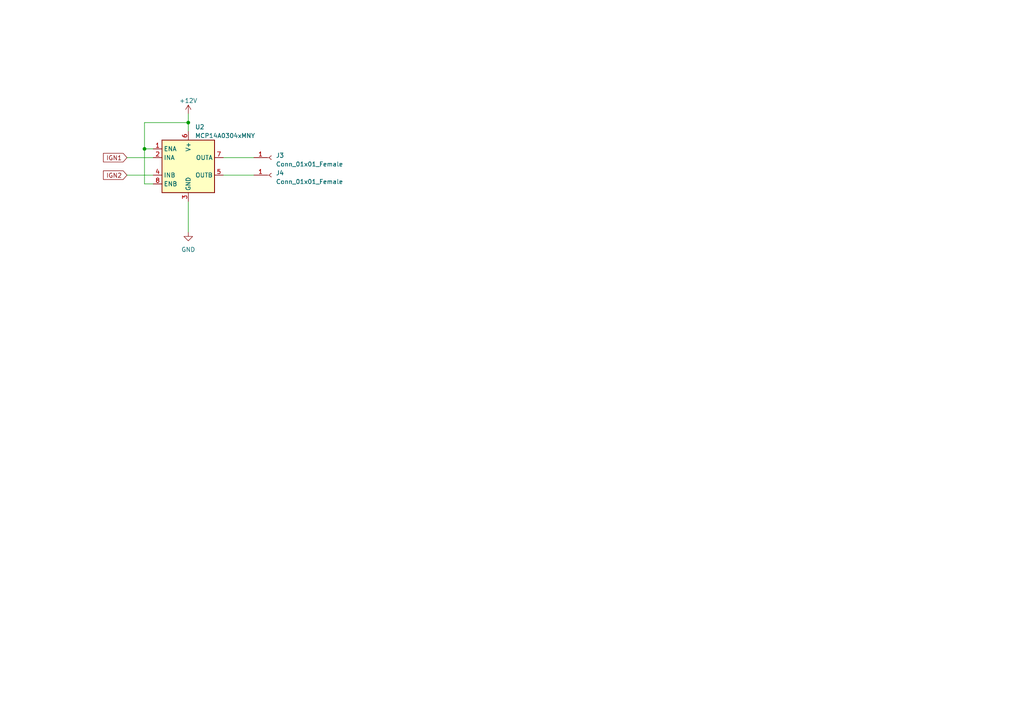
<source format=kicad_sch>
(kicad_sch (version 20220103) (generator eeschema)
  (paper "A4")
  (lib_symbols
    (symbol "Connector:Conn_01x01_Female" (pin_names (offset 1.016) hide)
      (property "Reference" "J" (at 0 2.54 0))
      (property "Value" "Conn_01x01_Female" (at 0 -2.54 0))
      (symbol "Conn_01x01_Female_1_1"
        (polyline (pts (xy -1.27 0) (xy -0.508 0)) (stroke (width 0.1524)))
        (arc (start 0 0.508) (mid -0.508 0) (end 0 -0.508) (stroke (width 0.1524)))
        (pin passive line (at -5.08 0 0) (length 3.81) (name "Pin_1") (number "1"))
      )
    )
    (symbol "Driver_FET:MCP14A0304xMNY"
      (property "Reference" "U" (at -7.62 8.89 0))
      (property "Value" "MCP14A0304xMNY" (at 1.27 8.89 0))
      (symbol "MCP14A0304xMNY_0_1"
        (rectangle (start -7.62 -7.62) (end 7.62 7.62) (stroke (width 0.254)) (fill (type background)))
      )
      (symbol "MCP14A0304xMNY_1_1"
        (pin input line (at -10.16 5.08 0) (length 2.54) (name "ENA") (number "1"))
        (pin input line (at -10.16 2.54 0) (length 2.54) (name "INA") (number "2"))
        (pin power_in line (at 0 -10.16 90) (length 2.54) (name "GND") (number "3"))
        (pin input line (at -10.16 -2.54 0) (length 2.54) (name "INB") (number "4"))
        (pin output line (at 10.16 -2.54 180) (length 2.54) (name "OUTB") (number "5"))
        (pin power_in line (at 0 10.16 270) (length 2.54) (name "V+") (number "6"))
        (pin output line (at 10.16 2.54 180) (length 2.54) (name "OUTA") (number "7"))
        (pin input line (at -10.16 -5.08 0) (length 2.54) (name "ENB") (number "8"))
        (pin passive line (at 0 -10.16 90) (length 2.54) hide (name "GND") (number "9"))
      )
    )
    (symbol "power:+12V" (power) (pin_names (offset 0))
      (property "Value" "+12V" (at 0 3.556 0))
      (symbol "+12V_0_1"
        (polyline (pts (xy -0.762 1.27) (xy 0 2.54)))
        (polyline (pts (xy 0 0) (xy 0 2.54)))
        (polyline (pts (xy 0 2.54) (xy 0.762 1.27)))
      )
      (symbol "+12V_1_1"
        (pin power_in line (at 0 0 90) (length 0) hide (name "+12V") (number "1"))
      )
    )
    (symbol "power:GND" (power) (pin_names (offset 0))
      (property "Value" "GND" (at 0 -3.81 0))
      (symbol "GND_0_1"
        (polyline (pts (xy 0 0) (xy 0 -1.27) (xy 1.27 -1.27) (xy 0 -2.54) (xy -1.27 -1.27) (xy 0 -1.27)))
      )
      (symbol "GND_1_1"
        (pin power_in line (at 0 0 270) (length 0) hide (name "GND") (number "1"))
      )
    )
  )
  (junction (at 54.61 35.56))
  (junction (at 41.91 43.18))
  (wire (pts (xy 36.83 45.72) (xy 44.45 45.72)))
  (wire (pts (xy 54.61 58.42) (xy 54.61 67.31)))
  (wire (pts (xy 54.61 33.02) (xy 54.61 35.56)))
  (wire (pts (xy 41.91 53.34) (xy 41.91 43.18)))
  (wire (pts (xy 54.61 35.56) (xy 54.61 38.1)))
  (wire (pts (xy 41.91 35.56) (xy 54.61 35.56)))
  (wire (pts (xy 44.45 53.34) (xy 41.91 53.34)))
  (wire (pts (xy 36.83 50.8) (xy 44.45 50.8)))
  (wire (pts (xy 44.45 43.18) (xy 41.91 43.18)))
  (wire (pts (xy 64.77 45.72) (xy 73.66 45.72)))
  (wire (pts (xy 64.77 50.8) (xy 73.66 50.8)))
  (wire (pts (xy 41.91 43.18) (xy 41.91 35.56)))
  (global_label "IGN2" (shape input) (at 36.83 50.8 180) (property "Références de Feuilles" "${INTERSHEET_REFS}" (at 29.9793 50.8 0) (effects (justify right))))
  (global_label "IGN1" (shape input) (at 36.83 45.72 180) (property "Références de Feuilles" "${INTERSHEET_REFS}" (at 29.9793 45.72 0) (effects (justify right))))
  (symbol (lib_id "Driver_FET:MCP14A0304xMNY") (at 54.61 48.26 0) (unit 1)
    (property "Reference" "U2" (at 56.5659 36.83 0) (effects (justify left)))
    (property "Value" "MCP14A0304xMNY" (at 56.5659 39.37 0) (effects (justify left)))
    (property "Footprint" "Package_DFN_QFN:WDFN-8-1EP_3x2mm_P0.5mm_EP1.3x1.4mm" (effects hide))
    (property "Datasheet" "http://ww1.microchip.com/downloads/en/DeviceDoc/MCP14A0303_4_5-Data-Sheet-20006046A.pdf" (effects hide))
  )
  (symbol (lib_id "power:GND") (at 54.61 67.31 0) (unit 1)
    (property "Reference" "#PWR0118" (effects hide))
    (property "Value" "GND" (at 54.61 72.39 0))
  )
  (symbol (lib_id "Connector:Conn_01x01_Female") (at 78.74 45.72 0) (unit 1)
    (property "Reference" "J3" (at 80.01 45.085 0) (effects (justify left)))
    (property "Value" "Conn_01x01_Female" (at 80.01 47.625 0) (effects (justify left)))
    (property "Footprint" "Connector_Pin:Pin_D1.3mm_L11.0mm_LooseFit" (effects hide))
  )
  (symbol (lib_id "Connector:Conn_01x01_Female") (at 78.74 50.8 0) (unit 1)
    (property "Reference" "J4" (at 80.01 50.165 0) (effects (justify left)))
    (property "Value" "Conn_01x01_Female" (at 80.01 52.705 0) (effects (justify left)))
    (property "Footprint" "Connector_Pin:Pin_D1.3mm_L11.0mm_LooseFit" (effects hide))
  )
  (symbol (lib_id "power:+12V") (at 54.61 33.02 0) (unit 1)
    (property "Reference" "#PWR0117" (effects hide))
    (property "Value" "+12V" (at 54.61 29.21 0))
  )
)
</source>
